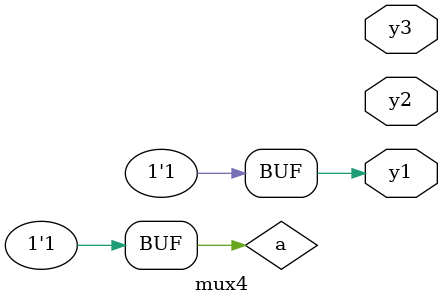
<source format=v>
module mux4(
  
  
  output reg   y1,
  output reg y2,y3

  
       );
       reg a;
       initial begin 
   a<=1;
   y1<=1;
   end
       
   
    initial begin
   
    $monitor(" a=%b  %b %b %b %b  ",$realtime,a,y1,y2,y3);
    end
 
endmodule

</source>
